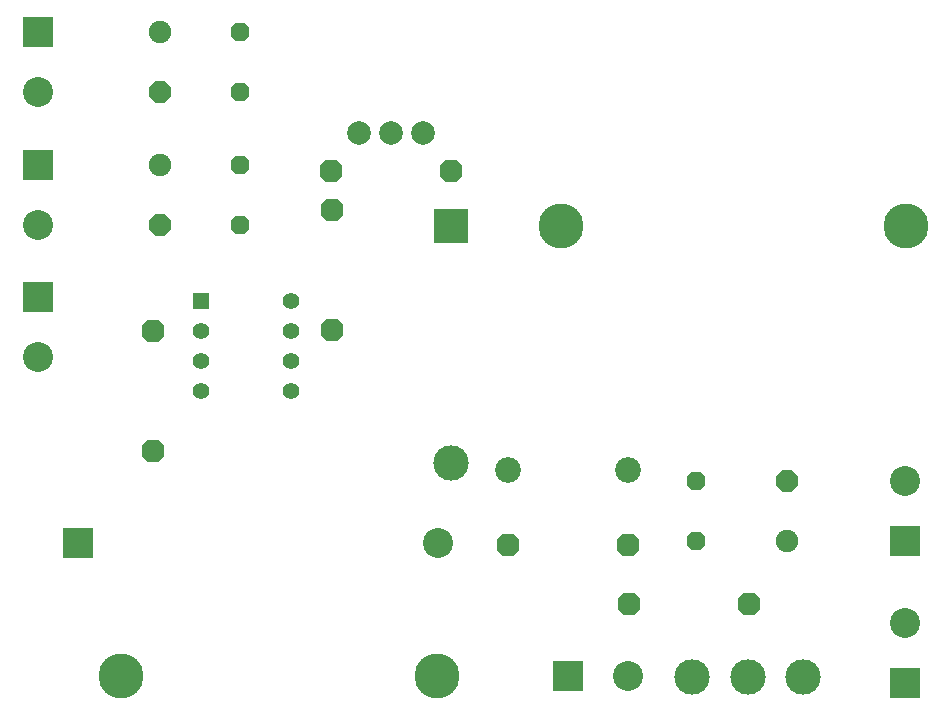
<source format=gbr>
G04 EAGLE Gerber RS-274X export*
G75*
%MOMM*%
%FSLAX34Y34*%
%LPD*%
%INBottom Copper*%
%IPPOS*%
%AMOC8*
5,1,8,0,0,1.08239X$1,22.5*%
G01*
%ADD10P,1.732040X8X112.500000*%
%ADD11P,1.732040X8X292.500000*%
%ADD12C,1.905000*%
%ADD13P,2.061953X8X292.500000*%
%ADD14P,2.061953X8X112.500000*%
%ADD15R,3.000000X3.000000*%
%ADD16C,3.000000*%
%ADD17C,2.184400*%
%ADD18R,2.540000X2.540000*%
%ADD19C,2.540000*%
%ADD20C,3.810000*%
%ADD21P,2.089446X8X112.500000*%
%ADD22P,2.089446X8X202.500000*%
%ADD23P,2.089446X8X22.500000*%
%ADD24R,1.388000X1.388000*%
%ADD25C,1.388000*%
%ADD26C,2.000000*%


D10*
X898000Y304600D03*
X898000Y355400D03*
D11*
X512000Y735400D03*
X512000Y684600D03*
X512000Y623100D03*
X512000Y572300D03*
D12*
X444700Y735400D03*
D13*
X444700Y684600D03*
D12*
X444700Y622900D03*
D13*
X444700Y572100D03*
D12*
X975300Y304600D03*
D14*
X975300Y355400D03*
D15*
X690900Y571000D03*
D16*
X690900Y370340D03*
D17*
X840800Y364500D03*
X739200Y364500D03*
D18*
X340700Y622900D03*
D19*
X340700Y572100D03*
D18*
X1075000Y304600D03*
D19*
X1075000Y355400D03*
D20*
X783750Y571300D03*
X1075850Y571300D03*
D18*
X340700Y511500D03*
D19*
X340700Y460700D03*
D21*
X438300Y381200D03*
X438300Y482800D03*
X590000Y483200D03*
X590000Y584800D03*
D22*
X690800Y618300D03*
X589200Y618300D03*
D23*
X739200Y301700D03*
X840800Y301700D03*
X841200Y251700D03*
X942800Y251700D03*
D18*
X375000Y303100D03*
D19*
X679800Y303100D03*
D20*
X410900Y190000D03*
X679124Y190000D03*
D16*
X989000Y189600D03*
X942000Y189600D03*
X895000Y189600D03*
D24*
X478700Y508100D03*
D25*
X478700Y482700D03*
X478700Y457300D03*
X478700Y431900D03*
X554900Y431900D03*
X554900Y457300D03*
X554900Y482700D03*
X554900Y508100D03*
D26*
X613000Y650000D03*
X640000Y650000D03*
X667000Y650000D03*
D18*
X340700Y735400D03*
D19*
X340700Y684600D03*
D18*
X789900Y190700D03*
D19*
X840700Y190700D03*
D18*
X1075000Y184100D03*
D19*
X1075000Y234900D03*
M02*

</source>
